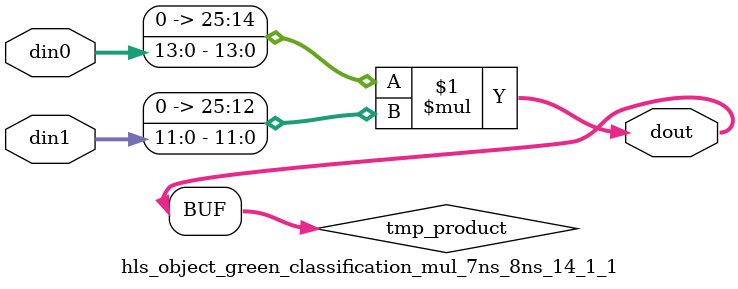
<source format=v>

`timescale 1 ns / 1 ps

  module hls_object_green_classification_mul_7ns_8ns_14_1_1(din0, din1, dout);
parameter ID = 1;
parameter NUM_STAGE = 0;
parameter din0_WIDTH = 14;
parameter din1_WIDTH = 12;
parameter dout_WIDTH = 26;

input [din0_WIDTH - 1 : 0] din0; 
input [din1_WIDTH - 1 : 0] din1; 
output [dout_WIDTH - 1 : 0] dout;

wire signed [dout_WIDTH - 1 : 0] tmp_product;










assign tmp_product = $signed({1'b0, din0}) * $signed({1'b0, din1});











assign dout = tmp_product;







endmodule

</source>
